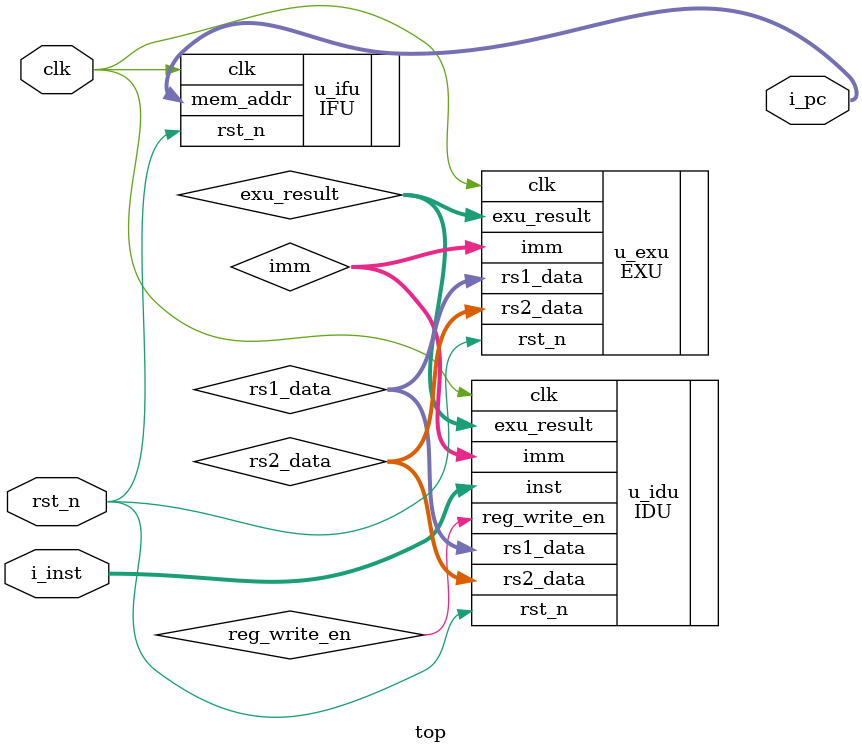
<source format=v>


module top(
  // --- 基本信号 ---
  input         clk, // 时钟信号, 由C++ Testbench驱动
  input         rst_n, // 复位信号, 由C++ Testbench驱动

  // --- 指令存储器接口 ---
  output [31:0] i_pc,   // 输出: CPU当前要取指的PC地址
  input  [31:0] i_inst  // 输入: 外部存储器根据i_pc返回的指令
);

  // --- 模块间连线 (Wires) ---
  // 这些连线就像电路板上的导线，负责在模块间传递信号。

  // IDU -> EXU: 数据通路
  wire [31:0] rs1_data;      // 从寄存器堆读出的rs1的值
  wire [31:0] rs2_data;      // 从寄存器堆读出的rs2的值
  wire [31:0] imm;            // 解码出的立即数

  // IDU -> EXU: 控制信号
  wire        reg_write_en;   // 寄存器写使能信号
  wire [4:0]  rd_addr;        // 目标寄存器地址
  // (未来可以添加更多控制信号, e.g., alu_op, alu_src_sel)
  
  // EXU -> IDU: 写回数据通路
  wire [31:0] exu_result;     // EXU的计算结果，用于写回寄存器堆


  // --- 模块实例化 ---

  // 1. 取指单元 (Instruction Fetch Unit)
  // 它的职责是管理PC, 并将PC值输出用于取指。
  IFU u_ifu (
    .clk(clk),
    .rst_n(rst_n),
    // .branch_flag(),       // 为未来分支指令预留
    // .branch_target_addr(),// 为未来分支指令预留
    
    .mem_addr(i_pc)          // 将内部PC值连接到顶层输出 i_pc
  );

  // 2. 译码单元 (Instruction Decode Unit)
  // 它是处理器的大脑，负责指令解码、读寄存器堆、生成控制信号。
  IDU u_idu (
    .clk(clk),
    .rst_n(rst_n),
    .inst(i_inst),           // 从顶层接收指令输入
    .exu_result(exu_result), // 从EXU接收写回数据

    .rs1_data(rs1_data),   // 将读出的rs1值输出给EXU
    .rs2_data(rs2_data),   // 将读出的rs2值输出给EXU
    .imm(imm),               // 将生成的立即数输出给EXU
    .reg_write_en(reg_write_en)// 将控制信号输出给EXU
  );

  // 3. 执行单元 (Execution Unit)
  // 负责根据IDU的指令进行算术逻辑运算。
  EXU u_exu (
    .clk(clk),
    .rst_n(rst_n),
    .rs1_data(rs1_data),   // 从IDU接收rs1的值
    .rs2_data(rs2_data),   // 从IDU接收rs2的值
    .imm(imm),               // 从IDU接收立即数
    .exu_result(exu_result)  // 将计算结果输出给IDU用于写回
    // (未来实现lw/sw时需要连接数据存储器接口)
    // .dmem_addr(),
    // .dmem_wdata(),
    // .dmem_wen(),
    // .dmem_rdata()
  );

endmodule

</source>
